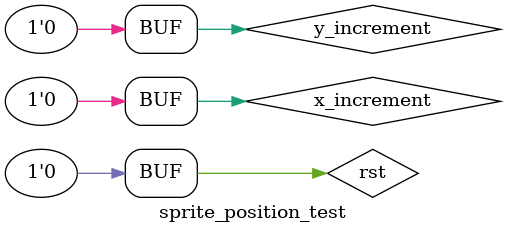
<source format=sv>
module sprite_position_test();


	logic x_increment, y_increment, rst;
	logic[9:0] posx, posy;
	logic[3:0] player_address;
	
	sprite_position DUT(x_increment, y_increment, rst, posx, posy, player_address);
	
	initial begin
		
		x_increment = 0;
		y_increment = 0;
		
		rst = 1; x_increment = 1; y_increment = 1;#20;
		rst = 0;
		
		x_increment = 1; #10;
		x_increment = 0; #10;
		x_increment = 1; #10;
		x_increment = 0; #10;
		x_increment = 1; #10;
		x_increment = 0; #10;
		x_increment = 1; #10;
		x_increment = 0; #10;
		y_increment = 1; #10;
		y_increment = 0; #10;
		y_increment = 1; #10;
		y_increment = 0; #10;
		y_increment = 1; #10;
		y_increment = 0; #10;
		y_increment = 1; #10;
		y_increment = 0; #10;
	end
	
endmodule 
</source>
